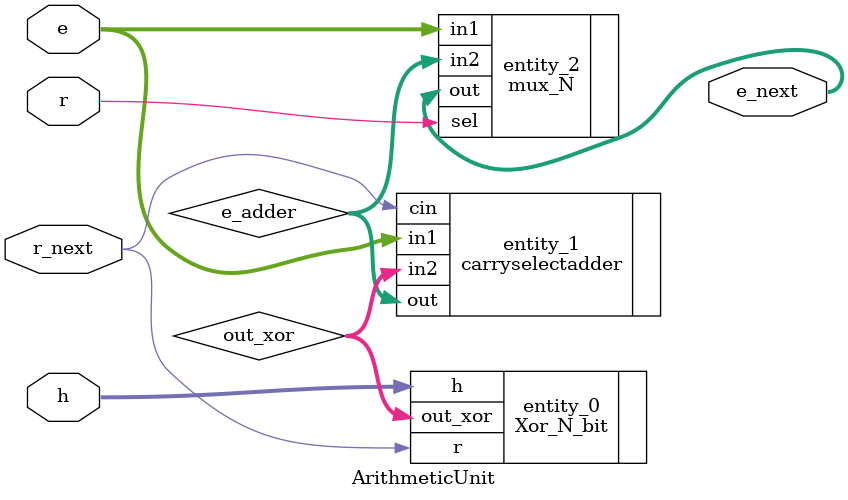
<source format=sv>
module ArithmeticUnit (e, h, r, r_next ,e_next);
	input [31:0] e, h;
	input r,r_next;
	output [31:0]e_next;
	wire [31:0] out_xor,e_adder;
	Xor_N_bit entity_0 ( .h(h), .r(r_next), .out_xor(out_xor));
	carryselectadder entity_1 ( .in1(e), .in2(out_xor), .cin(r_next) ,.out(e_adder));
	mux_N entity_2 (.in1(e), .in2(e_adder), .sel(r), .out(e_next));
endmodule

</source>
